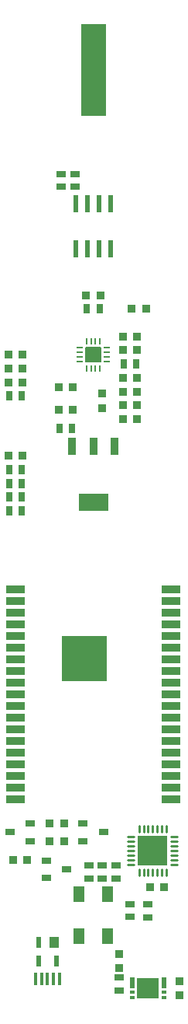
<source format=gbr>
G04 EAGLE Gerber RS-274X export*
G75*
%MOMM*%
%FSLAX34Y34*%
%LPD*%
%INSolderpaste Top*%
%IPPOS*%
%AMOC8*
5,1,8,0,0,1.08239X$1,22.5*%
G01*
%ADD10R,0.979100X0.657400*%
%ADD11R,0.657400X0.979100*%
%ADD12R,1.092400X0.771800*%
%ADD13R,0.869700X0.929100*%
%ADD14R,2.000000X0.900000*%
%ADD15R,5.000000X5.000000*%
%ADD16R,0.589200X1.968500*%
%ADD17C,0.264000*%
%ADD18R,3.200000X3.200000*%
%ADD19R,2.700000X10.000000*%
%ADD20R,1.300000X1.800000*%
%ADD21R,0.933900X1.965100*%
%ADD22R,3.233900X1.965100*%
%ADD23R,0.400000X1.350000*%
%ADD24R,0.991500X1.298200*%
%ADD25R,0.589100X1.298200*%
%ADD26R,2.400000X2.210000*%
%ADD27R,0.500000X1.200000*%
%ADD28R,0.500000X0.400000*%
%ADD29R,0.929100X0.869700*%
%ADD30R,0.280000X0.800000*%
%ADD31R,0.800000X0.280000*%
%ADD32C,0.134400*%


D10*
X135000Y150037D03*
X135000Y163963D03*
D11*
X18037Y550000D03*
X31963Y550000D03*
X31963Y595000D03*
X18037Y595000D03*
D12*
X41125Y190500D03*
X41125Y209500D03*
X18875Y200000D03*
X98875Y209500D03*
X98875Y190500D03*
X121125Y200000D03*
D13*
X17203Y610000D03*
X32797Y610000D03*
X77797Y190000D03*
X62203Y190000D03*
X62203Y210000D03*
X77797Y210000D03*
D14*
X25000Y464300D03*
X25000Y451600D03*
X25000Y438900D03*
X25000Y426200D03*
X25000Y413500D03*
X25000Y400800D03*
X25000Y388100D03*
X25000Y375400D03*
X25000Y362700D03*
X25000Y350000D03*
X25000Y337300D03*
X25000Y324600D03*
X25000Y311900D03*
X25000Y299200D03*
X25000Y286500D03*
X25000Y273800D03*
X25000Y261100D03*
X25000Y248400D03*
X25000Y235700D03*
X195000Y235700D03*
X195000Y248400D03*
X195000Y261100D03*
X195000Y273800D03*
X195000Y286500D03*
X195000Y299200D03*
X195000Y311900D03*
X195000Y324600D03*
X195000Y337300D03*
X195000Y350000D03*
X195000Y362700D03*
X195000Y375400D03*
X195000Y388100D03*
X195000Y400800D03*
X195000Y413500D03*
X195000Y426200D03*
X195000Y438900D03*
X195000Y451600D03*
X195000Y464300D03*
D15*
X100000Y389300D03*
D16*
X90950Y835266D03*
X103650Y835266D03*
X116350Y835266D03*
X129050Y835266D03*
X129050Y884734D03*
X116350Y884734D03*
X103650Y884734D03*
X90950Y884734D03*
D17*
X147761Y195000D02*
X154813Y195000D01*
X154813Y190000D02*
X147761Y190000D01*
X147761Y185000D02*
X154813Y185000D01*
X154813Y180000D02*
X147761Y180000D01*
X147761Y175000D02*
X154813Y175000D01*
X154813Y170000D02*
X147761Y170000D01*
X147761Y165000D02*
X154813Y165000D01*
X160000Y159813D02*
X160000Y152761D01*
X165000Y152761D02*
X165000Y159813D01*
X170000Y159813D02*
X170000Y152761D01*
X175000Y152761D02*
X175000Y159813D01*
X180000Y159813D02*
X180000Y152761D01*
X185000Y152761D02*
X185000Y159813D01*
X190000Y159813D02*
X190000Y152761D01*
X195187Y165000D02*
X202239Y165000D01*
X202239Y170000D02*
X195187Y170000D01*
X195187Y175000D02*
X202239Y175000D01*
X202239Y180000D02*
X195187Y180000D01*
X195187Y185000D02*
X202239Y185000D01*
X202239Y190000D02*
X195187Y190000D01*
X195187Y195000D02*
X202239Y195000D01*
X190000Y200187D02*
X190000Y207239D01*
X185000Y207239D02*
X185000Y200187D01*
X180000Y200187D02*
X180000Y207239D01*
X175000Y207239D02*
X175000Y200187D01*
X170000Y200187D02*
X170000Y207239D01*
X165000Y207239D02*
X165000Y200187D01*
X160000Y200187D02*
X160000Y207239D01*
D18*
X175000Y180000D03*
D19*
X110000Y1030000D03*
D13*
X187797Y140000D03*
X172203Y140000D03*
D10*
X120000Y150037D03*
X120000Y163963D03*
X90000Y903037D03*
X90000Y916963D03*
D20*
X94000Y87000D03*
X126000Y87000D03*
X126000Y133000D03*
X94000Y133000D03*
D10*
X150000Y108037D03*
X150000Y121963D03*
D12*
X58875Y169500D03*
X58875Y150500D03*
X81125Y160000D03*
D13*
X37797Y170000D03*
X22203Y170000D03*
D11*
X18037Y580000D03*
X31963Y580000D03*
X73037Y640000D03*
X86963Y640000D03*
X18037Y565000D03*
X31963Y565000D03*
D21*
X133000Y620226D03*
X110000Y620226D03*
X87000Y620226D03*
D22*
X110000Y559774D03*
D10*
X105000Y150037D03*
X105000Y163963D03*
D23*
X47000Y40000D03*
X53500Y40000D03*
X60000Y40000D03*
X66500Y40000D03*
X73000Y40000D03*
D24*
X67588Y80266D03*
D25*
X50400Y80266D03*
X50400Y59734D03*
X69600Y59734D03*
D13*
X32797Y690000D03*
X17203Y690000D03*
D11*
X18037Y675000D03*
X31963Y675000D03*
D13*
X17203Y705000D03*
X32797Y705000D03*
X17203Y720000D03*
X32797Y720000D03*
D26*
X170000Y30000D03*
D27*
X152500Y36100D03*
D28*
X152500Y26000D03*
X152500Y19900D03*
D27*
X187500Y36100D03*
D28*
X187500Y26000D03*
X187500Y19900D03*
D10*
X138500Y28037D03*
X138500Y41963D03*
D29*
X138500Y52203D03*
X138500Y67797D03*
X204500Y37797D03*
X204500Y22203D03*
D10*
X170000Y107537D03*
X170000Y121463D03*
D30*
X117500Y735000D03*
X112500Y735000D03*
X107500Y735000D03*
X102500Y735000D03*
D31*
X95000Y727500D03*
X95000Y722500D03*
X95000Y717500D03*
X95000Y712500D03*
D30*
X102500Y705000D03*
X107500Y705000D03*
X112500Y705000D03*
X117500Y705000D03*
D31*
X125000Y712500D03*
X125000Y717500D03*
X125000Y722500D03*
X125000Y727500D03*
D32*
X102272Y727728D02*
X102272Y712272D01*
X102272Y727728D02*
X117728Y727728D01*
X117728Y712272D01*
X102272Y712272D01*
X102272Y713549D02*
X117728Y713549D01*
X117728Y714826D02*
X102272Y714826D01*
X102272Y716103D02*
X117728Y716103D01*
X117728Y717380D02*
X102272Y717380D01*
X102272Y718657D02*
X117728Y718657D01*
X117728Y719934D02*
X102272Y719934D01*
X102272Y721211D02*
X117728Y721211D01*
X117728Y722488D02*
X102272Y722488D01*
X102272Y723765D02*
X117728Y723765D01*
X117728Y725042D02*
X102272Y725042D01*
X102272Y726319D02*
X117728Y726319D01*
X117728Y727596D02*
X102272Y727596D01*
D11*
X116963Y770000D03*
X103037Y770000D03*
D13*
X142203Y725000D03*
X157797Y725000D03*
X142203Y740000D03*
X157797Y740000D03*
D11*
X143037Y710000D03*
X156963Y710000D03*
D13*
X72203Y660000D03*
X87797Y660000D03*
X72203Y685000D03*
X87797Y685000D03*
X142203Y650000D03*
X157797Y650000D03*
X157797Y680000D03*
X142203Y680000D03*
X157797Y695000D03*
X142203Y695000D03*
D29*
X120000Y662203D03*
X120000Y677797D03*
D13*
X157797Y665000D03*
X142203Y665000D03*
D10*
X75000Y903037D03*
X75000Y916963D03*
D13*
X117797Y785000D03*
X102203Y785000D03*
X167797Y770000D03*
X152203Y770000D03*
M02*

</source>
